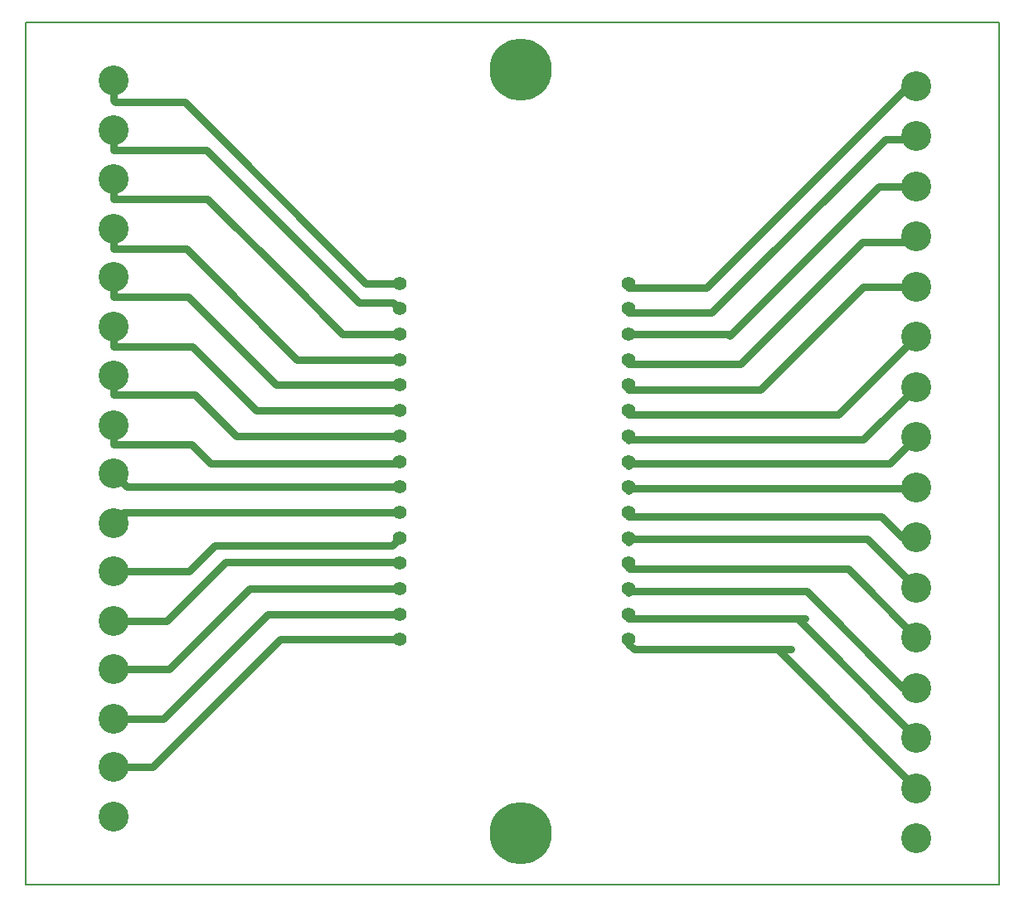
<source format=gbr>
G04 PROTEUS GERBER X2 FILE*
%TF.GenerationSoftware,Labcenter,Proteus,8.10-SP3-Build29560*%
%TF.CreationDate,2021-05-28T10:11:14+00:00*%
%TF.FileFunction,Copper,L2,Bot*%
%TF.FilePolarity,Positive*%
%TF.Part,Single*%
%TF.SameCoordinates,{1a505028-ee0b-4b35-8f16-4c51c6c7aedb}*%
%FSLAX45Y45*%
%MOMM*%
G01*
%TA.AperFunction,Conductor*%
%ADD10C,0.762000*%
%TA.AperFunction,ComponentPad*%
%ADD11C,3.048000*%
%TA.AperFunction,WasherPad*%
%ADD12C,1.397000*%
%TA.AperFunction,OtherPad,Unknown*%
%ADD13C,6.350000*%
%TA.AperFunction,Profile*%
%ADD14C,0.203200*%
%TD.AperFunction*%
D10*
X-10600000Y+9780000D02*
X-10946869Y+9780000D01*
X-12794276Y+11627407D01*
X-13499407Y+11627407D01*
X-13520000Y+11648000D01*
X-13520000Y+11848000D01*
X-13520000Y+11340000D02*
X-13520000Y+11140000D01*
X-12568552Y+11140000D01*
X-11011987Y+9583435D01*
X-10663435Y+9583435D01*
X-10600000Y+9520000D01*
X-13520000Y+10840000D02*
X-13520000Y+10640000D01*
X-12560000Y+10640000D01*
X-11760000Y+9840000D01*
X-11180000Y+9260000D01*
X-10600000Y+9260000D01*
X-13520000Y+10332000D02*
X-13520000Y+10132000D01*
X-12778397Y+10132000D01*
X-12648888Y+10002491D01*
X-11646397Y+9000000D01*
X-10600000Y+9000000D01*
X-13520000Y+9840000D02*
X-13520000Y+9640000D01*
X-12756767Y+9640000D01*
X-12683097Y+9566330D01*
X-11856767Y+8740000D01*
X-10600000Y+8740000D01*
X-13520000Y+9332000D02*
X-13520000Y+9132000D01*
X-12719137Y+9132000D01*
X-12571919Y+8984782D01*
X-12067137Y+8480000D01*
X-10600000Y+8480000D01*
X-13520000Y+8840000D02*
X-13520000Y+8640000D01*
X-12688955Y+8640000D01*
X-12623232Y+8574277D01*
X-12268955Y+8220000D01*
X-10600000Y+8220000D01*
X-13520000Y+8332000D02*
X-13520000Y+8132000D01*
X-12719743Y+8132000D01*
X-12597575Y+8009832D01*
X-12529158Y+7941415D01*
X-10669850Y+7941415D01*
X-10600000Y+7960000D01*
X-13520000Y+7840000D02*
X-13380000Y+7700000D01*
X-10600000Y+7700000D01*
X-13520000Y+6840000D02*
X-12752110Y+6840000D01*
X-12490034Y+7102076D01*
X-10677924Y+7102076D01*
X-10600000Y+7180000D01*
X-13520000Y+6332000D02*
X-12978864Y+6332000D01*
X-12375778Y+6935086D01*
X-10615086Y+6935086D01*
X-10600000Y+6920000D01*
X-13520000Y+5840000D02*
X-12952317Y+5840000D01*
X-12867958Y+5924359D01*
X-12132317Y+6660000D01*
X-10600000Y+6660000D01*
X-13520000Y+5332000D02*
X-13012082Y+5332000D01*
X-11945121Y+6398961D01*
X-10601039Y+6398961D01*
X-10600000Y+6400000D01*
X-13520000Y+4840000D02*
X-13120000Y+4840000D01*
X-11820000Y+6140000D01*
X-10600000Y+6140000D01*
X-13520000Y+7332000D02*
X-13415945Y+7436055D01*
X-13254671Y+7436055D01*
X-10603945Y+7436055D01*
X-10600000Y+7440000D01*
X-5324000Y+11792000D02*
X-5409912Y+11792000D01*
X-7465912Y+9736000D01*
X-8260000Y+9736000D01*
X-8260000Y+9780000D01*
X-8260000Y+9520000D02*
X-8260000Y+9476000D01*
X-7413015Y+9476000D01*
X-5640165Y+11248850D01*
X-5359150Y+11248850D01*
X-5324000Y+11284000D01*
X-5324000Y+10768000D02*
X-5703816Y+10768000D01*
X-7229198Y+9242618D01*
X-7229198Y+9262078D01*
X-8257922Y+9262078D01*
X-8260000Y+9260000D01*
X-5324000Y+10260000D02*
X-5384281Y+10199719D01*
X-5873305Y+10199719D01*
X-7118763Y+8954261D01*
X-8258261Y+8954261D01*
X-8260000Y+8956000D01*
X-8260000Y+9000000D01*
X-5324000Y+9744000D02*
X-5864000Y+9744000D01*
X-6912000Y+8696000D01*
X-8260000Y+8696000D01*
X-8260000Y+8740000D01*
X-5324000Y+9236000D02*
X-6121101Y+8438899D01*
X-6130986Y+8438899D01*
X-8257101Y+8438899D01*
X-8260000Y+8436000D01*
X-8260000Y+8480000D01*
X-5324000Y+8720000D02*
X-5862782Y+8181218D01*
X-5891711Y+8181218D01*
X-8254782Y+8181218D01*
X-8260000Y+8176000D01*
X-8260000Y+8220000D01*
X-5324000Y+8212000D02*
X-5594057Y+7941943D01*
X-5934658Y+7941943D01*
X-8234057Y+7941943D01*
X-8260000Y+7916000D01*
X-8260000Y+7960000D01*
X-5324000Y+7696000D02*
X-5335739Y+7684261D01*
X-5769005Y+7684261D01*
X-8231739Y+7684261D01*
X-8260000Y+7656000D01*
X-8260000Y+7700000D01*
X-5324000Y+7188000D02*
X-5469072Y+7188000D01*
X-5676976Y+7395904D01*
X-8259904Y+7395904D01*
X-8260000Y+7396000D01*
X-8260000Y+7440000D01*
X-5324000Y+6672000D02*
X-5822518Y+7170518D01*
X-6184000Y+7170518D01*
X-8225482Y+7170518D01*
X-8260000Y+7136000D01*
X-8260000Y+7180000D01*
X-5324000Y+6164000D02*
X-6020074Y+6860074D01*
X-6466222Y+6860074D01*
X-8244074Y+6860074D01*
X-8260000Y+6876000D01*
X-8260000Y+6920000D01*
X-5324000Y+5648000D02*
X-5455555Y+5648000D01*
X-6441851Y+6634296D01*
X-8241704Y+6634296D01*
X-8260000Y+6616000D01*
X-8260000Y+6660000D01*
X-5324000Y+5140000D02*
X-6536074Y+6352074D01*
X-6456814Y+6352074D01*
X-8256074Y+6352074D01*
X-8260000Y+6356000D01*
X-8260000Y+6400000D01*
X-5324000Y+4624000D02*
X-6741629Y+6041629D01*
X-6597925Y+6041629D01*
X-8205629Y+6041629D01*
X-8260000Y+6096000D01*
X-8260000Y+6140000D01*
D11*
X-5324000Y+11792000D03*
X-5324000Y+11284000D03*
X-5324000Y+10768000D03*
X-5324000Y+10260000D03*
X-5324000Y+9744000D03*
X-5324000Y+9236000D03*
X-5324000Y+8720000D03*
X-5324000Y+8212000D03*
X-5324000Y+7696000D03*
X-5324000Y+7188000D03*
X-5324000Y+6672000D03*
X-5324000Y+6164000D03*
X-5324000Y+5648000D03*
X-5324000Y+5140000D03*
X-5324000Y+4624000D03*
X-5324000Y+4116000D03*
D12*
X-10600000Y+9780000D03*
X-10600000Y+9520000D03*
X-10600000Y+9260000D03*
X-10600000Y+9000000D03*
X-10600000Y+8740000D03*
X-10600000Y+8480000D03*
X-10600000Y+8220000D03*
X-10600000Y+7960000D03*
X-10600000Y+7700000D03*
X-10600000Y+7440000D03*
X-10600000Y+7180000D03*
X-10600000Y+6920000D03*
X-10600000Y+6660000D03*
X-10600000Y+6400000D03*
X-10600000Y+6140000D03*
X-8260000Y+9780000D03*
X-8260000Y+9520000D03*
X-8260000Y+9260000D03*
X-8260000Y+9000000D03*
X-8260000Y+8740000D03*
X-8260000Y+8480000D03*
X-8260000Y+8220000D03*
X-8260000Y+7960000D03*
X-8260000Y+7700000D03*
X-8260000Y+7440000D03*
X-8260000Y+7180000D03*
X-8260000Y+6920000D03*
X-8260000Y+6660000D03*
X-8260000Y+6400000D03*
X-8260000Y+6140000D03*
D11*
X-13520000Y+11848000D03*
X-13520000Y+11340000D03*
X-13520000Y+10840000D03*
X-13520000Y+10332000D03*
X-13520000Y+9840000D03*
X-13520000Y+9332000D03*
X-13520000Y+8840000D03*
X-13520000Y+8332000D03*
X-13520000Y+7840000D03*
X-13520000Y+7332000D03*
X-13520000Y+6840000D03*
X-13520000Y+6332000D03*
X-13520000Y+5840000D03*
X-13520000Y+5332000D03*
X-13520000Y+4840000D03*
X-13520000Y+4332000D03*
D13*
X-9360000Y+11960000D03*
X-9360000Y+4160000D03*
D14*
X-14420000Y+3640000D02*
X-4480000Y+3640000D01*
X-4480000Y+12440000D01*
X-14420000Y+12440000D01*
X-14420000Y+3640000D01*
M02*

</source>
